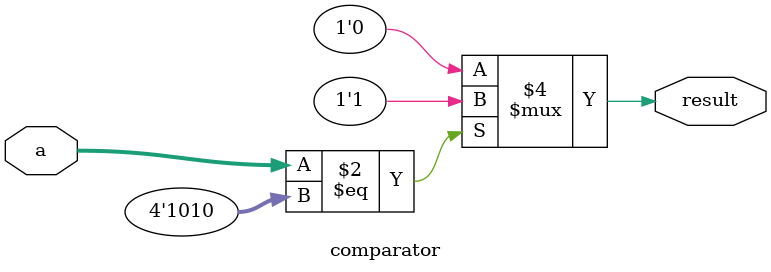
<source format=v>
module comparator(input[3:0]a,output reg result);
always@(a)
begin
  if(a==4'b1010)
   result=1;
  else
   result=0;


end
endmodule
</source>
